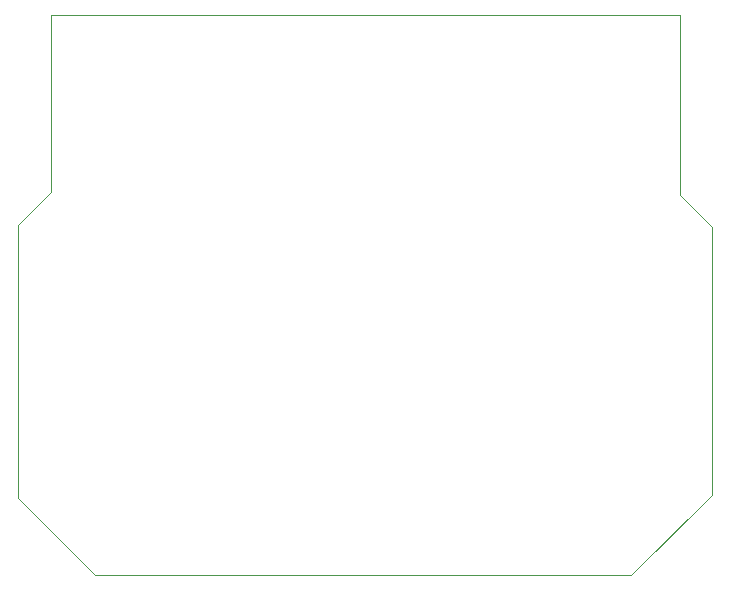
<source format=gbr>
%TF.GenerationSoftware,KiCad,Pcbnew,(6.0.2)*%
%TF.CreationDate,2022-04-05T13:26:03-06:00*%
%TF.ProjectId,DB25m_F4Lite_THTV1,44423235-6d5f-4463-944c-6974655f5448,rev?*%
%TF.SameCoordinates,Original*%
%TF.FileFunction,Profile,NP*%
%FSLAX46Y46*%
G04 Gerber Fmt 4.6, Leading zero omitted, Abs format (unit mm)*
G04 Created by KiCad (PCBNEW (6.0.2)) date 2022-04-05 13:26:03*
%MOMM*%
%LPD*%
G01*
G04 APERTURE LIST*
%TA.AperFunction,Profile*%
%ADD10C,0.100000*%
%TD*%
G04 APERTURE END LIST*
D10*
X165117780Y-63187580D02*
X162410140Y-60479940D01*
X165117780Y-85923120D02*
X165117780Y-63187580D01*
X158335980Y-92704920D02*
X165117780Y-85923120D01*
X112910620Y-92704920D02*
X158335980Y-92704920D01*
X106395520Y-86189820D02*
X112910620Y-92704920D01*
X106395520Y-63075820D02*
X106395520Y-86189820D01*
X109220000Y-60251340D02*
X106395520Y-63075820D01*
X109220000Y-45232320D02*
X109220000Y-60251340D01*
X162410140Y-60479940D02*
X162410140Y-45232320D01*
X109220000Y-45232320D02*
X162410140Y-45232320D01*
M02*

</source>
